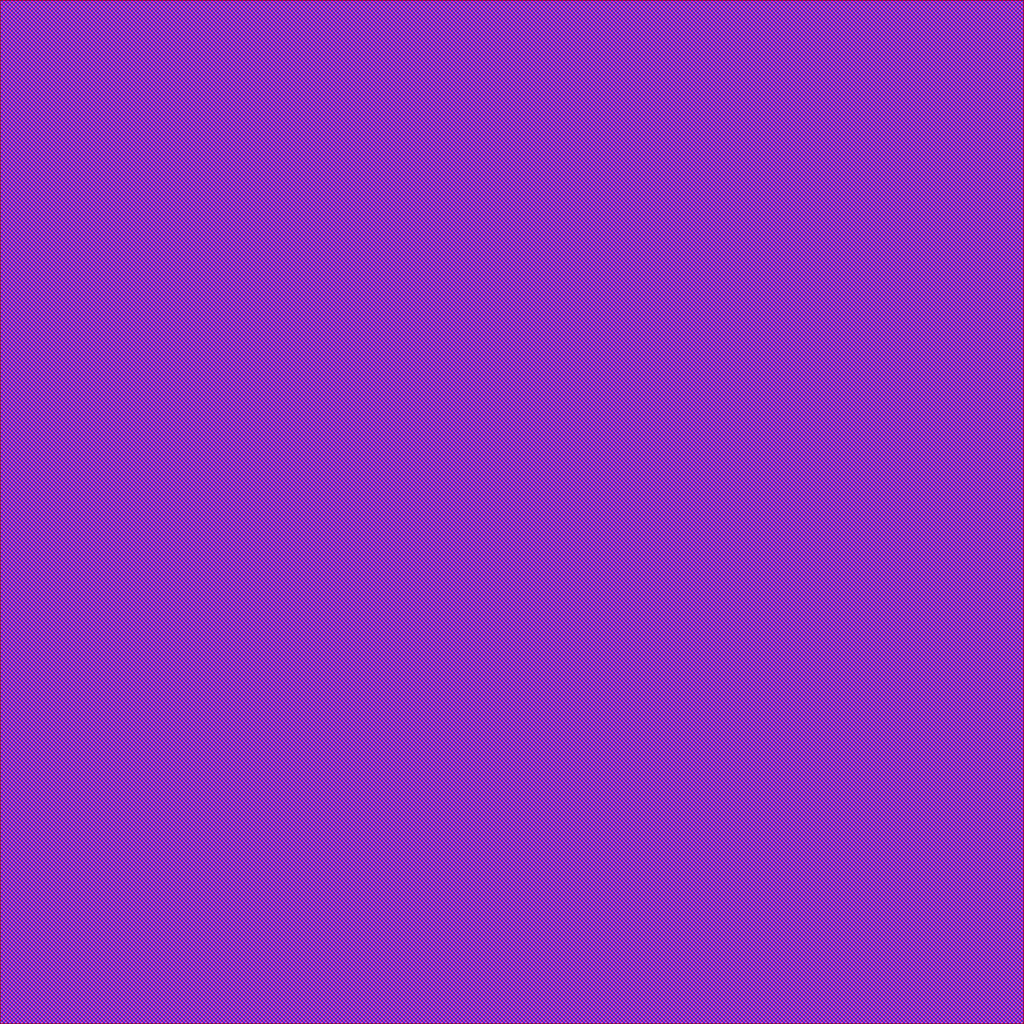
<source format=lef>
###########################################################################
## CONFIDENTIAL AND PROPRIETARY SOFTWARE/DATA OF ARTISAN COMPONENTS, INC ##
##                                                                       ##
## Copyright (c) 2000 Artisan Components, Inc.                           ##
## All rights reserved.                                                  ##
## Distribution with explicit permission only                            ##
##                                                                       ##
## UMC 0.18 SAGE IO Library LEF for topmetal=6lm                         ##
##                                                                       ##
## Created: Tue Nov 28 12:37:31 PST 2000                                 ##
##                                                                       ##
###########################################################################
###########################################################################

#******
# Preview export LEF
#
#        Preview sub-version 4.4.2.100.41
#
# RC values have been extracted from UMC's worst case interconnect
# tables and worst case resistance values.
#
# Resistance and Capacitance Values
# ---------------------------------
# The LEF technology files included in this directory contain
# resistance and capacitance (RC) values for the purpose of timing
# driven place & route.  Please note that the RC values contained in
# this tech file were created using the worst case interconnect models
# from the foundry and assume a full metal route at every grid location
# on every metal layer, so the values are intentionally very
# conservative. It is assumed that this technology file will be used
# only as a starting point for creating initial timing driven place &
# route runs during the development of your own more accurate RC
# values, tailored to your specific place & route environment. AS A
# RESULT, TIMING NUMBERS DERIVED FROM THESE RC VALUES MAY BE
# SIGNIFICANTLY SLOWER THAN REALITY.
#
# The RC values used in the LEF technology file are to be used only
# for timing driven place & route. Due to accuracy limitations,
# please do not attempt to use this file for chip-level RC extraction
# in conjunction with your sign-off timing simulations. For chip-level
# extraction, please use a dedicated extraction tool such as HyperExtract,
# starRC or Simplex, etc.
#
#******    

#VERSION 5.0 ;

NAMESCASESENSITIVE ON ;

SITE umc18iosite
    SYMMETRY y      ;
    CLASS PAD  ;
    SIZE 0.01 BY 194.90 ;
END umc18iosite

SITE umc18cornersite
    SYMMETRY y      ;
    CLASS PAD  ;
    SIZE 194.90 BY 194.90 ;
END umc18cornersite


MACRO P16A
    CLASS PAD INOUT ;
    FOREIGN P16A 0 0 ;
    ORIGIN 0.00 0.00 ;
    SIZE 60.12 BY 194.90 ;
    SYMMETRY x y r90  ;
    SITE umc18iosite ;
    PIN OCEN
        ##ANTENNASIZE 540 ;
        DIRECTION INPUT ;
        PORT
        LAYER met2 ;
        RECT  27.12 193.90 28.22 194.90 ;
        LAYER met3 ;
        RECT  27.12 193.90 28.22 194.90 ;
        LAYER met1 ;
        RECT  27.12 193.90 28.22 194.90 ;
        END
    END OCEN
    PIN CSEN
        ##ANTENNASIZE 1380 ;
        DIRECTION INPUT ;
        PORT
        LAYER met2 ;
        RECT  23.08 193.90 24.18 194.90 ;
        LAYER met3 ;
        RECT  23.08 193.90 24.18 194.90 ;
        LAYER met1 ;
        RECT  23.08 193.90 24.18 194.90 ;
        END
    END CSEN
    PIN ODEN
        ##ANTENNASIZE 12300 ;
        DIRECTION INPUT ;
        PORT
        LAYER met2 ;
        RECT  17.23 193.90 18.33 194.90 ;
        LAYER met3 ;
        RECT  17.23 193.90 18.33 194.90 ;
        LAYER met1 ;
        RECT  17.23 193.90 18.33 194.90 ;
        END
    END ODEN
    PIN A
        ##ANTENNASIZE 4950 ;
        DIRECTION INPUT ;
        PORT
        LAYER met2 ;
        RECT  15.49 193.90 16.59 194.90 ;
        LAYER met3 ;
        RECT  15.49 193.90 16.59 194.90 ;
        LAYER met1 ;
        RECT  15.49 193.90 16.59 194.90 ;
        END
    END A
    PIN Y
        ##ANTENNASIZE -1000000 ;
        DIRECTION OUTPUT ;
        PORT
        LAYER met2 ;
        RECT  12.81 193.90 13.91 194.90 ;
        LAYER met3 ;
        RECT  12.81 193.90 13.91 194.90 ;
        LAYER met1 ;
        RECT  12.81 193.90 13.91 194.90 ;
        END
    END Y
    PIN CEN
        ##ANTENNASIZE 10000 ;
        DIRECTION INPUT ;
        PORT
        LAYER met2 ;
        RECT  9.81 193.90 10.91 194.90 ;
        LAYER met3 ;
        RECT  9.81 193.90 10.91 194.90 ;
        LAYER met1 ;
        RECT  9.81 193.90 10.91 194.90 ;
        END
    END CEN
    PIN PD
        ##ANTENNASIZE 392 ;
        DIRECTION INPUT ;
        PORT
        LAYER met2 ;
        RECT  4.47 193.90 5.57 194.90 ;
        LAYER met3 ;
        RECT  4.47 193.90 5.57 194.90 ;
        LAYER met1 ;
        RECT  4.47 193.90 5.57 194.90 ;
        END
    END PD
    PIN PU
        ##ANTENNASIZE 870 ;
        DIRECTION INPUT ;
        PORT
        LAYER met1 ;
        RECT  2.88 193.90 3.98 194.90 ;
        LAYER met2 ;
        RECT  2.88 193.90 3.98 194.90 ;
        LAYER met3 ;
        RECT  2.88 193.90 3.98 194.90 ;
        END
    END PU
    PIN P
        DIRECTION INOUT ;
        PORT
        LAYER met6 ;
        RECT  3.56 5.18 56.56 58.18 ;
        LAYER met5 ;
        RECT  3.56 5.18 56.56 58.18 ;
        LAYER met4 ;
        RECT  3.56 5.18 56.56 58.18 ;
        LAYER met3 ;
        RECT  3.56 5.18 56.56 58.18 ;
        LAYER met2 ;
        RECT  3.56 5.18 56.56 58.18 ;
        LAYER met1 ;
        RECT  3.56 5.18 56.56 58.18 ;
        END
    END P
    OBS
        LAYER met1 ;
        RECT  0.12 0.00 60.00 194.78 ;
        LAYER via1 ;
        RECT  0.14 0.00 59.98 194.76 ;
        LAYER met2 ;
        RECT  0.14 0.00 59.98 194.76 ;
        LAYER via2 ;
        RECT  0.14 0.00 59.98 194.76 ;
        LAYER met3 ;
        RECT  0.14 0.00 59.98 194.76 ;
        LAYER via3 ;
        RECT  0.14 0.00 59.98 194.76 ;
        LAYER met4 ;
        RECT  0.14 0.00 59.98 194.76 ;
        LAYER via4 ;
        RECT  0.14 0.00 59.98 194.76 ;
        LAYER met5 ;
        RECT  0.14 0.00 59.98 194.76 ;
        LAYER via5 ;
        RECT  0.14 0.00 59.98 194.76 ;
        LAYER met6 ;
        RECT  0.22 0.00 59.90 194.68 ;
    END
END P16A



MACRO P16B
    CLASS PAD INOUT ;
    FOREIGN P16B 0 0 ;
    ORIGIN 0.00 0.00 ;
    SIZE 60.12 BY 194.90 ;
    SYMMETRY x y r90  ;
    SITE umc18iosite ;
    PIN OCEN
        ##ANTENNASIZE 540 ;
        DIRECTION INPUT ;
        PORT
        LAYER met2 ;
        RECT  27.12 193.90 28.22 194.90 ;
        LAYER met3 ;
        RECT  27.12 193.90 28.22 194.90 ;
        LAYER met1 ;
        RECT  27.12 193.90 28.22 194.90 ;
        END
    END OCEN
    PIN CSEN
        ##ANTENNASIZE 1380 ;
        DIRECTION INPUT ;
        PORT
        LAYER met2 ;
        RECT  23.08 193.90 24.18 194.90 ;
        LAYER met3 ;
        RECT  23.08 193.90 24.18 194.90 ;
        LAYER met1 ;
        RECT  23.08 193.90 24.18 194.90 ;
        END
    END CSEN
    PIN ODEN
        ##ANTENNASIZE 12300 ;
        DIRECTION INPUT ;
        PORT
        LAYER met2 ;
        RECT  17.23 193.90 18.33 194.90 ;
        LAYER met3 ;
        RECT  17.23 193.90 18.33 194.90 ;
        LAYER met1 ;
        RECT  17.23 193.90 18.33 194.90 ;
        END
    END ODEN
    PIN A
        ##ANTENNASIZE 4950 ;
        DIRECTION INPUT ;
        PORT
        LAYER met2 ;
        RECT  15.49 193.90 16.59 194.90 ;
        LAYER met3 ;
        RECT  15.49 193.90 16.59 194.90 ;
        LAYER met1 ;
        RECT  15.49 193.90 16.59 194.90 ;
        END
    END A
    PIN Y
        ##ANTENNASIZE -1000000 ;
        DIRECTION OUTPUT ;
        PORT
        LAYER met2 ;
        RECT  12.81 193.90 13.91 194.90 ;
        LAYER met3 ;
        RECT  12.81 193.90 13.91 194.90 ;
        LAYER met1 ;
        RECT  12.81 193.90 13.91 194.90 ;
        END
    END Y
    PIN CEN
        ##ANTENNASIZE 10000 ;
        DIRECTION INPUT ;
        PORT
        LAYER met2 ;
        RECT  9.81 193.90 10.91 194.90 ;
        LAYER met3 ;
        RECT  9.81 193.90 10.91 194.90 ;
        LAYER met1 ;
        RECT  9.81 193.90 10.91 194.90 ;
        END
    END CEN
    PIN PD
        ##ANTENNASIZE 392 ;
        DIRECTION INPUT ;
        PORT
        LAYER met2 ;
        RECT  4.47 193.90 5.57 194.90 ;
        LAYER met3 ;
        RECT  4.47 193.90 5.57 194.90 ;
        LAYER met1 ;
        RECT  4.47 193.90 5.57 194.90 ;
        END
    END PD
    PIN PU
        ##ANTENNASIZE 870 ;
        DIRECTION INPUT ;
        PORT
        LAYER met1 ;
        RECT  2.88 193.90 3.98 194.90 ;
        LAYER met2 ;
        RECT  2.88 193.90 3.98 194.90 ;
        LAYER met3 ;
        RECT  2.88 193.90 3.98 194.90 ;
        END
    END PU
    PIN P
        DIRECTION INOUT ;
        PORT
        LAYER met6 ;
        RECT  3.56 5.18 56.56 58.18 ;
        LAYER met5 ;
        RECT  3.56 5.18 56.56 58.18 ;
        LAYER met4 ;
        RECT  3.56 5.18 56.56 58.18 ;
        LAYER met3 ;
        RECT  3.56 5.18 56.56 58.18 ;
        LAYER met2 ;
        RECT  3.56 5.18 56.56 58.18 ;
        LAYER met1 ;
        RECT  3.56 5.18 56.56 58.18 ;
        END
    END P
    OBS
        LAYER met1 ;
        RECT  0.12 0.00 60.00 194.78 ;
        LAYER via1 ;
        RECT  0.14 0.00 59.98 194.76 ;
        LAYER met2 ;
        RECT  0.14 0.00 59.98 194.76 ;
        LAYER via2 ;
        RECT  0.14 0.00 59.98 194.76 ;
        LAYER met3 ;
        RECT  0.14 0.00 59.98 194.76 ;
        LAYER via3 ;
        RECT  0.14 0.00 59.98 194.76 ;
        LAYER met4 ;
        RECT  0.14 0.00 59.98 194.76 ;
        LAYER via4 ;
        RECT  0.14 0.00 59.98 194.76 ;
        LAYER met5 ;
        RECT  0.14 0.00 59.98 194.76 ;
        LAYER via5 ;
        RECT  0.14 0.00 59.98 194.76 ;
        LAYER met6 ;
        RECT  0.22 0.00 59.90 194.68 ;
    END
END P16B



MACRO P16C
    CLASS PAD INOUT ;
    FOREIGN P16C 0 0 ;
    ORIGIN 0.00 0.00 ;
    SIZE 60.12 BY 194.90 ;
    SYMMETRY x y r90  ;
    SITE umc18iosite ;
    PIN OCEN
        ##ANTENNASIZE 540 ;
        DIRECTION INPUT ;
        PORT
        LAYER met2 ;
        RECT  27.12 193.90 28.22 194.90 ;
        LAYER met3 ;
        RECT  27.12 193.90 28.22 194.90 ;
        LAYER met1 ;
        RECT  27.12 193.90 28.22 194.90 ;
        END
    END OCEN
    PIN CSEN
        ##ANTENNASIZE 1380 ;
        DIRECTION INPUT ;
        PORT
        LAYER met2 ;
        RECT  23.08 193.90 24.18 194.90 ;
        LAYER met3 ;
        RECT  23.08 193.90 24.18 194.90 ;
        LAYER met1 ;
        RECT  23.08 193.90 24.18 194.90 ;
        END
    END CSEN
    PIN ODEN
        ##ANTENNASIZE 12300 ;
        DIRECTION INPUT ;
        PORT
        LAYER met2 ;
        RECT  17.23 193.90 18.33 194.90 ;
        LAYER met3 ;
        RECT  17.23 193.90 18.33 194.90 ;
        LAYER met1 ;
        RECT  17.23 193.90 18.33 194.90 ;
        END
    END ODEN
    PIN A
        ##ANTENNASIZE 4950 ;
        DIRECTION INPUT ;
        PORT
        LAYER met2 ;
        RECT  15.49 193.90 16.59 194.90 ;
        LAYER met3 ;
        RECT  15.49 193.90 16.59 194.90 ;
        LAYER met1 ;
        RECT  15.49 193.90 16.59 194.90 ;
        END
    END A
    PIN Y
        ##ANTENNASIZE -1000000 ;
        DIRECTION OUTPUT ;
        PORT
        LAYER met2 ;
        RECT  12.81 193.90 13.91 194.90 ;
        LAYER met3 ;
        RECT  12.81 193.90 13.91 194.90 ;
        LAYER met1 ;
        RECT  12.81 193.90 13.91 194.90 ;
        END
    END Y
    PIN CEN
        ##ANTENNASIZE 10000 ;
        DIRECTION INPUT ;
        PORT
        LAYER met2 ;
        RECT  9.81 193.90 10.91 194.90 ;
        LAYER met3 ;
        RECT  9.81 193.90 10.91 194.90 ;
        LAYER met1 ;
        RECT  9.81 193.90 10.91 194.90 ;
        END
    END CEN
    PIN PD
        ##ANTENNASIZE 392 ;
        DIRECTION INPUT ;
        PORT
        LAYER met2 ;
        RECT  4.47 193.90 5.57 194.90 ;
        LAYER met3 ;
        RECT  4.47 193.90 5.57 194.90 ;
        LAYER met1 ;
        RECT  4.47 193.90 5.57 194.90 ;
        END
    END PD
    PIN PU
        ##ANTENNASIZE 870 ;
        DIRECTION INPUT ;
        PORT
        LAYER met1 ;
        RECT  2.88 193.90 3.98 194.90 ;
        LAYER met2 ;
        RECT  2.88 193.90 3.98 194.90 ;
        LAYER met3 ;
        RECT  2.88 193.90 3.98 194.90 ;
        END
    END PU
    PIN P
        DIRECTION INOUT ;
        PORT
        LAYER met6 ;
        RECT  3.56 5.18 56.56 58.18 ;
        LAYER met5 ;
        RECT  3.56 5.18 56.56 58.18 ;
        LAYER met4 ;
        RECT  3.56 5.18 56.56 58.18 ;
        LAYER met3 ;
        RECT  3.56 5.18 56.56 58.18 ;
        LAYER met2 ;
        RECT  3.56 5.18 56.56 58.18 ;
        LAYER met1 ;
        RECT  3.56 5.18 56.56 58.18 ;
        END
    END P
    OBS
        LAYER met1 ;
        RECT  0.12 0.00 60.00 194.78 ;
        LAYER via1 ;
        RECT  0.14 0.00 59.98 194.76 ;
        LAYER met2 ;
        RECT  0.14 0.00 59.98 194.76 ;
        LAYER via2 ;
        RECT  0.14 0.00 59.98 194.76 ;
        LAYER met3 ;
        RECT  0.14 0.00 59.98 194.76 ;
        LAYER via3 ;
        RECT  0.14 0.00 59.98 194.76 ;
        LAYER met4 ;
        RECT  0.14 0.00 59.98 194.76 ;
        LAYER via4 ;
        RECT  0.14 0.00 59.98 194.76 ;
        LAYER met5 ;
        RECT  0.14 0.00 59.98 194.76 ;
        LAYER via5 ;
        RECT  0.14 0.00 59.98 194.76 ;
        LAYER met6 ;
        RECT  0.22 0.00 59.90 194.68 ;
    END
END P16C



MACRO P24A
    CLASS PAD INOUT ;
    FOREIGN P24A 0 0 ;
    ORIGIN 0.00 0.00 ;
    SIZE 60.12 BY 194.90 ;
    SYMMETRY x y r90  ;
    SITE umc18iosite ;
    PIN OCEN
        ##ANTENNASIZE 540 ;
        DIRECTION INPUT ;
        PORT
        LAYER met2 ;
        RECT  27.12 193.90 28.22 194.90 ;
        LAYER met3 ;
        RECT  27.12 193.90 28.22 194.90 ;
        LAYER met1 ;
        RECT  27.12 193.90 28.22 194.90 ;
        END
    END OCEN
    PIN CSEN
        ##ANTENNASIZE 1380 ;
        DIRECTION INPUT ;
        PORT
        LAYER met2 ;
        RECT  23.08 193.90 24.18 194.90 ;
        LAYER met3 ;
        RECT  23.08 193.90 24.18 194.90 ;
        LAYER met1 ;
        RECT  23.08 193.90 24.18 194.90 ;
        END
    END CSEN
    PIN ODEN
        ##ANTENNASIZE 12300 ;
        DIRECTION INPUT ;
        PORT
        LAYER met2 ;
        RECT  17.23 193.90 18.33 194.90 ;
        LAYER met3 ;
        RECT  17.23 193.90 18.33 194.90 ;
        LAYER met1 ;
        RECT  17.23 193.90 18.33 194.90 ;
        END
    END ODEN
    PIN A
        ##ANTENNASIZE 4950 ;
        DIRECTION INPUT ;
        PORT
        LAYER met2 ;
        RECT  15.49 193.90 16.59 194.90 ;
        LAYER met3 ;
        RECT  15.49 193.90 16.59 194.90 ;
        LAYER met1 ;
        RECT  15.49 193.90 16.59 194.90 ;
        END
    END A
    PIN Y
        ##ANTENNASIZE -1000000 ;
        DIRECTION OUTPUT ;
        PORT
        LAYER met2 ;
        RECT  12.81 193.90 13.91 194.90 ;
        LAYER met3 ;
        RECT  12.81 193.90 13.91 194.90 ;
        LAYER met1 ;
        RECT  12.81 193.90 13.91 194.90 ;
        END
    END Y
    PIN CEN
        ##ANTENNASIZE 10000 ;
        DIRECTION INPUT ;
        PORT
        LAYER met2 ;
        RECT  9.81 193.90 10.91 194.90 ;
        LAYER met3 ;
        RECT  9.81 193.90 10.91 194.90 ;
        LAYER met1 ;
        RECT  9.81 193.90 10.91 194.90 ;
        END
    END CEN
    PIN PD
        ##ANTENNASIZE 392 ;
        DIRECTION INPUT ;
        PORT
        LAYER met2 ;
        RECT  4.47 193.90 5.57 194.90 ;
        LAYER met3 ;
        RECT  4.47 193.90 5.57 194.90 ;
        LAYER met1 ;
        RECT  4.47 193.90 5.57 194.90 ;
        END
    END PD
    PIN PU
        ##ANTENNASIZE 870 ;
        DIRECTION INPUT ;
        PORT
        LAYER met1 ;
        RECT  2.88 193.90 3.98 194.90 ;
        LAYER met2 ;
        RECT  2.88 193.90 3.98 194.90 ;
        LAYER met3 ;
        RECT  2.88 193.90 3.98 194.90 ;
        END
    END PU
    PIN P
        DIRECTION INOUT ;
        PORT
        LAYER met6 ;
        RECT  3.56 5.18 56.56 58.18 ;
        LAYER met5 ;
        RECT  3.56 5.18 56.56 58.18 ;
        LAYER met4 ;
        RECT  3.56 5.18 56.56 58.18 ;
        LAYER met3 ;
        RECT  3.56 5.18 56.56 58.18 ;
        LAYER met2 ;
        RECT  3.56 5.18 56.56 58.18 ;
        LAYER met1 ;
        RECT  3.56 5.18 56.56 58.18 ;
        END
    END P
    OBS
        LAYER met1 ;
        RECT  0.12 0.00 60.00 194.78 ;
        LAYER via1 ;
        RECT  0.14 0.00 59.98 194.76 ;
        LAYER met2 ;
        RECT  0.14 0.00 59.98 194.76 ;
        LAYER via2 ;
        RECT  0.14 0.00 59.98 194.76 ;
        LAYER met3 ;
        RECT  0.14 0.00 59.98 194.76 ;
        LAYER via3 ;
        RECT  0.14 0.00 59.98 194.76 ;
        LAYER met4 ;
        RECT  0.14 0.00 59.98 194.76 ;
        LAYER via4 ;
        RECT  0.14 0.00 59.98 194.76 ;
        LAYER met5 ;
        RECT  0.14 0.00 59.98 194.76 ;
        LAYER via5 ;
        RECT  0.14 0.00 59.98 194.76 ;
        LAYER met6 ;
        RECT  0.22 0.00 59.90 194.68 ;
    END
END P24A



MACRO P24B
    CLASS PAD INOUT ;
    FOREIGN P24B 0 0 ;
    ORIGIN 0.00 0.00 ;
    SIZE 60.12 BY 194.90 ;
    SYMMETRY x y r90  ;
    SITE umc18iosite ;
    PIN OCEN
        ##ANTENNASIZE 540 ;
        DIRECTION INPUT ;
        PORT
        LAYER met2 ;
        RECT  27.12 193.90 28.22 194.90 ;
        LAYER met3 ;
        RECT  27.12 193.90 28.22 194.90 ;
        LAYER met1 ;
        RECT  27.12 193.90 28.22 194.90 ;
        END
    END OCEN
    PIN CSEN
        ##ANTENNASIZE 1380 ;
        DIRECTION INPUT ;
        PORT
        LAYER met2 ;
        RECT  23.08 193.90 24.18 194.90 ;
        LAYER met3 ;
        RECT  23.08 193.90 24.18 194.90 ;
        LAYER met1 ;
        RECT  23.08 193.90 24.18 194.90 ;
        END
    END CSEN
    PIN ODEN
        ##ANTENNASIZE 12300 ;
        DIRECTION INPUT ;
        PORT
        LAYER met2 ;
        RECT  17.23 193.90 18.33 194.90 ;
        LAYER met3 ;
        RECT  17.23 193.90 18.33 194.90 ;
        LAYER met1 ;
        RECT  17.23 193.90 18.33 194.90 ;
        END
    END ODEN
    PIN A
        ##ANTENNASIZE 4950 ;
        DIRECTION INPUT ;
        PORT
        LAYER met2 ;
        RECT  15.49 193.90 16.59 194.90 ;
        LAYER met3 ;
        RECT  15.49 193.90 16.59 194.90 ;
        LAYER met1 ;
        RECT  15.49 193.90 16.59 194.90 ;
        END
    END A
    PIN Y
        ##ANTENNASIZE -1000000 ;
        DIRECTION OUTPUT ;
        PORT
        LAYER met2 ;
        RECT  12.81 193.90 13.91 194.90 ;
        LAYER met3 ;
        RECT  12.81 193.90 13.91 194.90 ;
        LAYER met1 ;
        RECT  12.81 193.90 13.91 194.90 ;
        END
    END Y
    PIN CEN
        ##ANTENNASIZE 10000 ;
        DIRECTION INPUT ;
        PORT
        LAYER met2 ;
        RECT  9.81 193.90 10.91 194.90 ;
        LAYER met3 ;
        RECT  9.81 193.90 10.91 194.90 ;
        LAYER met1 ;
        RECT  9.81 193.90 10.91 194.90 ;
        END
    END CEN
    PIN PD
        ##ANTENNASIZE 392 ;
        DIRECTION INPUT ;
        PORT
        LAYER met2 ;
        RECT  4.47 193.90 5.57 194.90 ;
        LAYER met3 ;
        RECT  4.47 193.90 5.57 194.90 ;
        LAYER met1 ;
        RECT  4.47 193.90 5.57 194.90 ;
        END
    END PD
    PIN PU
        ##ANTENNASIZE 870 ;
        DIRECTION INPUT ;
        PORT
        LAYER met1 ;
        RECT  2.88 193.90 3.98 194.90 ;
        LAYER met2 ;
        RECT  2.88 193.90 3.98 194.90 ;
        LAYER met3 ;
        RECT  2.88 193.90 3.98 194.90 ;
        END
    END PU
    PIN P
        DIRECTION INOUT ;
        PORT
        LAYER met6 ;
        RECT  3.56 5.18 56.56 58.18 ;
        LAYER met5 ;
        RECT  3.56 5.18 56.56 58.18 ;
        LAYER met4 ;
        RECT  3.56 5.18 56.56 58.18 ;
        LAYER met3 ;
        RECT  3.56 5.18 56.56 58.18 ;
        LAYER met2 ;
        RECT  3.56 5.18 56.56 58.18 ;
        LAYER met1 ;
        RECT  3.56 5.18 56.56 58.18 ;
        END
    END P
    OBS
        LAYER met1 ;
        RECT  0.12 0.00 60.00 194.78 ;
        LAYER via1 ;
        RECT  0.14 0.00 59.98 194.76 ;
        LAYER met2 ;
        RECT  0.14 0.00 59.98 194.76 ;
        LAYER via2 ;
        RECT  0.14 0.00 59.98 194.76 ;
        LAYER met3 ;
        RECT  0.14 0.00 59.98 194.76 ;
        LAYER via3 ;
        RECT  0.14 0.00 59.98 194.76 ;
        LAYER met4 ;
        RECT  0.14 0.00 59.98 194.76 ;
        LAYER via4 ;
        RECT  0.14 0.00 59.98 194.76 ;
        LAYER met5 ;
        RECT  0.14 0.00 59.98 194.76 ;
        LAYER via5 ;
        RECT  0.14 0.00 59.98 194.76 ;
        LAYER met6 ;
        RECT  0.22 0.00 59.90 194.68 ;
    END
END P24B



MACRO P24C
    CLASS PAD INOUT ;
    FOREIGN P24C 0 0 ;
    ORIGIN 0.00 0.00 ;
    SIZE 60.12 BY 194.90 ;
    SYMMETRY x y r90  ;
    SITE umc18iosite ;
    PIN OCEN
        ##ANTENNASIZE 540 ;
        DIRECTION INPUT ;
        PORT
        LAYER met2 ;
        RECT  27.12 193.90 28.22 194.90 ;
        LAYER met3 ;
        RECT  27.12 193.90 28.22 194.90 ;
        LAYER met1 ;
        RECT  27.12 193.90 28.22 194.90 ;
        END
    END OCEN
    PIN CSEN
        ##ANTENNASIZE 1380 ;
        DIRECTION INPUT ;
        PORT
        LAYER met2 ;
        RECT  23.08 193.90 24.18 194.90 ;
        LAYER met3 ;
        RECT  23.08 193.90 24.18 194.90 ;
        LAYER met1 ;
        RECT  23.08 193.90 24.18 194.90 ;
        END
    END CSEN
    PIN ODEN
        ##ANTENNASIZE 12300 ;
        DIRECTION INPUT ;
        PORT
        LAYER met2 ;
        RECT  17.23 193.90 18.33 194.90 ;
        LAYER met3 ;
        RECT  17.23 193.90 18.33 194.90 ;
        LAYER met1 ;
        RECT  17.23 193.90 18.33 194.90 ;
        END
    END ODEN
    PIN A
        ##ANTENNASIZE 4950 ;
        DIRECTION INPUT ;
        PORT
        LAYER met2 ;
        RECT  15.49 193.90 16.59 194.90 ;
        LAYER met3 ;
        RECT  15.49 193.90 16.59 194.90 ;
        LAYER met1 ;
        RECT  15.49 193.90 16.59 194.90 ;
        END
    END A
    PIN Y
        ##ANTENNASIZE -1000000 ;
        DIRECTION OUTPUT ;
        PORT
        LAYER met2 ;
        RECT  12.81 193.90 13.91 194.90 ;
        LAYER met3 ;
        RECT  12.81 193.90 13.91 194.90 ;
        LAYER met1 ;
        RECT  12.81 193.90 13.91 194.90 ;
        END
    END Y
    PIN CEN
        ##ANTENNASIZE 10000 ;
        DIRECTION INPUT ;
        PORT
        LAYER met2 ;
        RECT  9.81 193.90 10.91 194.90 ;
        LAYER met3 ;
        RECT  9.81 193.90 10.91 194.90 ;
        LAYER met1 ;
        RECT  9.81 193.90 10.91 194.90 ;
        END
    END CEN
    PIN PD
        ##ANTENNASIZE 392 ;
        DIRECTION INPUT ;
        PORT
        LAYER met2 ;
        RECT  4.47 193.90 5.57 194.90 ;
        LAYER met3 ;
        RECT  4.47 193.90 5.57 194.90 ;
        LAYER met1 ;
        RECT  4.47 193.90 5.57 194.90 ;
        END
    END PD
    PIN PU
        ##ANTENNASIZE 870 ;
        DIRECTION INPUT ;
        PORT
        LAYER met1 ;
        RECT  2.88 193.90 3.98 194.90 ;
        LAYER met2 ;
        RECT  2.88 193.90 3.98 194.90 ;
        LAYER met3 ;
        RECT  2.88 193.90 3.98 194.90 ;
        END
    END PU
    PIN P
        DIRECTION INOUT ;
        PORT
        LAYER met6 ;
        RECT  3.56 5.18 56.56 58.18 ;
        LAYER met5 ;
        RECT  3.56 5.18 56.56 58.18 ;
        LAYER met4 ;
        RECT  3.56 5.18 56.56 58.18 ;
        LAYER met3 ;
        RECT  3.56 5.18 56.56 58.18 ;
        LAYER met2 ;
        RECT  3.56 5.18 56.56 58.18 ;
        LAYER met1 ;
        RECT  3.56 5.18 56.56 58.18 ;
        END
    END P
    OBS
        LAYER met1 ;
        RECT  0.12 0.00 60.00 194.78 ;
        LAYER via1 ;
        RECT  0.14 0.00 59.98 194.76 ;
        LAYER met2 ;
        RECT  0.14 0.00 59.98 194.76 ;
        LAYER via2 ;
        RECT  0.14 0.00 59.98 194.76 ;
        LAYER met3 ;
        RECT  0.14 0.00 59.98 194.76 ;
        LAYER via3 ;
        RECT  0.14 0.00 59.98 194.76 ;
        LAYER met4 ;
        RECT  0.14 0.00 59.98 194.76 ;
        LAYER via4 ;
        RECT  0.14 0.00 59.98 194.76 ;
        LAYER met5 ;
        RECT  0.14 0.00 59.98 194.76 ;
        LAYER via5 ;
        RECT  0.14 0.00 59.98 194.76 ;
        LAYER met6 ;
        RECT  0.22 0.00 59.90 194.68 ;
    END
END P24C



MACRO P2A
    CLASS PAD INOUT ;
    FOREIGN P2A 0 0 ;
    ORIGIN 0.00 0.00 ;
    SIZE 60.12 BY 194.90 ;
    SYMMETRY x y r90  ;
    SITE umc18iosite ;
    PIN OCEN
        ##ANTENNASIZE 540 ;
        DIRECTION INPUT ;
        PORT
        LAYER met2 ;
        RECT  27.12 193.90 28.22 194.90 ;
        LAYER met3 ;
        RECT  27.12 193.90 28.22 194.90 ;
        LAYER met1 ;
        RECT  27.12 193.90 28.22 194.90 ;
        END
    END OCEN
    PIN CSEN
        ##ANTENNASIZE 1380 ;
        DIRECTION INPUT ;
        PORT
        LAYER met2 ;
        RECT  23.08 193.90 24.18 194.90 ;
        LAYER met3 ;
        RECT  23.08 193.90 24.18 194.90 ;
        LAYER met1 ;
        RECT  23.08 193.90 24.18 194.90 ;
        END
    END CSEN
    PIN ODEN
        ##ANTENNASIZE 12300 ;
        DIRECTION INPUT ;
        PORT
        LAYER met2 ;
        RECT  17.23 193.90 18.33 194.90 ;
        LAYER met3 ;
        RECT  17.23 193.90 18.33 194.90 ;
        LAYER met1 ;
        RECT  17.23 193.90 18.33 194.90 ;
        END
    END ODEN
    PIN A
        ##ANTENNASIZE 4950 ;
        DIRECTION INPUT ;
        PORT
        LAYER met2 ;
        RECT  15.49 193.90 16.59 194.90 ;
        LAYER met3 ;
        RECT  15.49 193.90 16.59 194.90 ;
        LAYER met1 ;
        RECT  15.49 193.90 16.59 194.90 ;
        END
    END A
    PIN Y
        ##ANTENNASIZE -1000000 ;
        DIRECTION OUTPUT ;
        PORT
        LAYER met2 ;
        RECT  12.81 193.90 13.91 194.90 ;
        LAYER met3 ;
        RECT  12.81 193.90 13.91 194.90 ;
        LAYER met1 ;
        RECT  12.81 193.90 13.91 194.90 ;
        END
    END Y
    PIN CEN
        ##ANTENNASIZE 10000 ;
        DIRECTION INPUT ;
        PORT
        LAYER met2 ;
        RECT  9.81 193.90 10.91 194.90 ;
        LAYER met3 ;
        RECT  9.81 193.90 10.91 194.90 ;
        LAYER met1 ;
        RECT  9.81 193.90 10.91 194.90 ;
        END
    END CEN
    PIN PD
        ##ANTENNASIZE 392 ;
        DIRECTION INPUT ;
        PORT
        LAYER met2 ;
        RECT  4.47 193.90 5.57 194.90 ;
        LAYER met3 ;
        RECT  4.47 193.90 5.57 194.90 ;
        LAYER met1 ;
        RECT  4.47 193.90 5.57 194.90 ;
        END
    END PD
    PIN PU
        ##ANTENNASIZE 870 ;
        DIRECTION INPUT ;
        PORT
        LAYER met1 ;
        RECT  2.88 193.90 3.98 194.90 ;
        LAYER met2 ;
        RECT  2.88 193.90 3.98 194.90 ;
        LAYER met3 ;
        RECT  2.88 193.90 3.98 194.90 ;
        END
    END PU
    PIN P
        DIRECTION INOUT ;
        PORT
        LAYER met6 ;
        RECT  3.56 5.18 56.56 58.18 ;
        LAYER met5 ;
        RECT  3.56 5.18 56.56 58.18 ;
        LAYER met4 ;
        RECT  3.56 5.18 56.56 58.18 ;
        LAYER met3 ;
        RECT  3.56 5.18 56.56 58.18 ;
        LAYER met2 ;
        RECT  3.56 5.18 56.56 58.18 ;
        LAYER met1 ;
        RECT  3.56 5.18 56.56 58.18 ;
        END
    END P
    OBS
        LAYER met1 ;
        RECT  0.12 0.00 60.00 194.78 ;
        LAYER via1 ;
        RECT  0.14 0.00 59.98 194.76 ;
        LAYER met2 ;
        RECT  0.14 0.00 59.98 194.76 ;
        LAYER via2 ;
        RECT  0.14 0.00 59.98 194.76 ;
        LAYER met3 ;
        RECT  0.14 0.00 59.98 194.76 ;
        LAYER via3 ;
        RECT  0.14 0.00 59.98 194.76 ;
        LAYER met4 ;
        RECT  0.14 0.00 59.98 194.76 ;
        LAYER via4 ;
        RECT  0.14 0.00 59.98 194.76 ;
        LAYER met5 ;
        RECT  0.14 0.00 59.98 194.76 ;
        LAYER via5 ;
        RECT  0.14 0.00 59.98 194.76 ;
        LAYER met6 ;
        RECT  0.22 0.00 59.90 194.68 ;
    END
END P2A



MACRO P2C
    CLASS PAD INOUT ;
    FOREIGN P2C 0 0 ;
    ORIGIN 0.00 0.00 ;
    SIZE 60.12 BY 194.90 ;
    SYMMETRY x y r90  ;
    SITE umc18iosite ;
    PIN OCEN
        ##ANTENNASIZE 540 ;
        DIRECTION INPUT ;
        PORT
        LAYER met2 ;
        RECT  27.12 193.90 28.22 194.90 ;
        LAYER met3 ;
        RECT  27.12 193.90 28.22 194.90 ;
        LAYER met1 ;
        RECT  27.12 193.90 28.22 194.90 ;
        END
    END OCEN
    PIN CSEN
        ##ANTENNASIZE 1380 ;
        DIRECTION INPUT ;
        PORT
        LAYER met2 ;
        RECT  23.08 193.90 24.18 194.90 ;
        LAYER met3 ;
        RECT  23.08 193.90 24.18 194.90 ;
        LAYER met1 ;
        RECT  23.08 193.90 24.18 194.90 ;
        END
    END CSEN
    PIN ODEN
        ##ANTENNASIZE 12300 ;
        DIRECTION INPUT ;
        PORT
        LAYER met2 ;
        RECT  17.23 193.90 18.33 194.90 ;
        LAYER met3 ;
        RECT  17.23 193.90 18.33 194.90 ;
        LAYER met1 ;
        RECT  17.23 193.90 18.33 194.90 ;
        END
    END ODEN
    PIN A
        ##ANTENNASIZE 4950 ;
        DIRECTION INPUT ;
        PORT
        LAYER met2 ;
        RECT  15.49 193.90 16.59 194.90 ;
        LAYER met3 ;
        RECT  15.49 193.90 16.59 194.90 ;
        LAYER met1 ;
        RECT  15.49 193.90 16.59 194.90 ;
        END
    END A
    PIN Y
        ##ANTENNASIZE -1000000 ;
        DIRECTION OUTPUT ;
        PORT
        LAYER met2 ;
        RECT  12.81 193.90 13.91 194.90 ;
        LAYER met3 ;
        RECT  12.81 193.90 13.91 194.90 ;
        LAYER met1 ;
        RECT  12.81 193.90 13.91 194.90 ;
        END
    END Y
    PIN CEN
        ##ANTENNASIZE 10000 ;
        DIRECTION INPUT ;
        PORT
        LAYER met2 ;
        RECT  9.81 193.90 10.91 194.90 ;
        LAYER met3 ;
        RECT  9.81 193.90 10.91 194.90 ;
        LAYER met1 ;
        RECT  9.81 193.90 10.91 194.90 ;
        END
    END CEN
    PIN PD
        ##ANTENNASIZE 392 ;
        DIRECTION INPUT ;
        PORT
        LAYER met2 ;
        RECT  4.47 193.90 5.57 194.90 ;
        LAYER met3 ;
        RECT  4.47 193.90 5.57 194.90 ;
        LAYER met1 ;
        RECT  4.47 193.90 5.57 194.90 ;
        END
    END PD
    PIN PU
        ##ANTENNASIZE 870 ;
        DIRECTION INPUT ;
        PORT
        LAYER met1 ;
        RECT  2.88 193.90 3.98 194.90 ;
        LAYER met2 ;
        RECT  2.88 193.90 3.98 194.90 ;
        LAYER met3 ;
        RECT  2.88 193.90 3.98 194.90 ;
        END
    END PU
    PIN P
        DIRECTION INOUT ;
        PORT
        LAYER met6 ;
        RECT  3.56 5.18 56.56 58.18 ;
        LAYER met5 ;
        RECT  3.56 5.18 56.56 58.18 ;
        LAYER met4 ;
        RECT  3.56 5.18 56.56 58.18 ;
        LAYER met3 ;
        RECT  3.56 5.18 56.56 58.18 ;
        LAYER met2 ;
        RECT  3.56 5.18 56.56 58.18 ;
        LAYER met1 ;
        RECT  3.56 5.18 56.56 58.18 ;
        END
    END P
    OBS
        LAYER met1 ;
        RECT  0.12 0.00 60.00 194.78 ;
        LAYER via1 ;
        RECT  0.14 0.00 59.98 194.76 ;
        LAYER met2 ;
        RECT  0.14 0.00 59.98 194.76 ;
        LAYER via2 ;
        RECT  0.14 0.00 59.98 194.76 ;
        LAYER met3 ;
        RECT  0.14 0.00 59.98 194.76 ;
        LAYER via3 ;
        RECT  0.14 0.00 59.98 194.76 ;
        LAYER met4 ;
        RECT  0.14 0.00 59.98 194.76 ;
        LAYER via4 ;
        RECT  0.14 0.00 59.98 194.76 ;
        LAYER met5 ;
        RECT  0.14 0.00 59.98 194.76 ;
        LAYER via5 ;
        RECT  0.14 0.00 59.98 194.76 ;
        LAYER met6 ;
        RECT  0.22 0.00 59.90 194.68 ;
    END
END P2C



MACRO P4A
    CLASS PAD INOUT ;
    FOREIGN P4A 0 0 ;
    ORIGIN 0.00 0.00 ;
    SIZE 60.12 BY 194.90 ;
    SYMMETRY x y r90  ;
    SITE umc18iosite ;
    PIN OCEN
        ##ANTENNASIZE 540 ;
        DIRECTION INPUT ;
        PORT
        LAYER met2 ;
        RECT  27.12 193.90 28.22 194.90 ;
        LAYER met3 ;
        RECT  27.12 193.90 28.22 194.90 ;
        LAYER met1 ;
        RECT  27.12 193.90 28.22 194.90 ;
        END
    END OCEN
    PIN CSEN
        ##ANTENNASIZE 1380 ;
        DIRECTION INPUT ;
        PORT
        LAYER met2 ;
        RECT  23.08 193.90 24.18 194.90 ;
        LAYER met3 ;
        RECT  23.08 193.90 24.18 194.90 ;
        LAYER met1 ;
        RECT  23.08 193.90 24.18 194.90 ;
        END
    END CSEN
    PIN ODEN
        ##ANTENNASIZE 12300 ;
        DIRECTION INPUT ;
        PORT
        LAYER met2 ;
        RECT  17.23 193.90 18.33 194.90 ;
        LAYER met3 ;
        RECT  17.23 193.90 18.33 194.90 ;
        LAYER met1 ;
        RECT  17.23 193.90 18.33 194.90 ;
        END
    END ODEN
    PIN A
        ##ANTENNASIZE 4950 ;
        DIRECTION INPUT ;
        PORT
        LAYER met2 ;
        RECT  15.49 193.90 16.59 194.90 ;
        LAYER met3 ;
        RECT  15.49 193.90 16.59 194.90 ;
        LAYER met1 ;
        RECT  15.49 193.90 16.59 194.90 ;
        END
    END A
    PIN Y
        ##ANTENNASIZE -1000000 ;
        DIRECTION OUTPUT ;
        PORT
        LAYER met2 ;
        RECT  12.81 193.90 13.91 194.90 ;
        LAYER met3 ;
        RECT  12.81 193.90 13.91 194.90 ;
        LAYER met1 ;
        RECT  12.81 193.90 13.91 194.90 ;
        END
    END Y
    PIN CEN
        ##ANTENNASIZE 10000 ;
        DIRECTION INPUT ;
        PORT
        LAYER met2 ;
        RECT  9.81 193.90 10.91 194.90 ;
        LAYER met3 ;
        RECT  9.81 193.90 10.91 194.90 ;
        LAYER met1 ;
        RECT  9.81 193.90 10.91 194.90 ;
        END
    END CEN
    PIN PD
        ##ANTENNASIZE 392 ;
        DIRECTION INPUT ;
        PORT
        LAYER met2 ;
        RECT  4.47 193.90 5.57 194.90 ;
        LAYER met3 ;
        RECT  4.47 193.90 5.57 194.90 ;
        LAYER met1 ;
        RECT  4.47 193.90 5.57 194.90 ;
        END
    END PD
    PIN PU
        ##ANTENNASIZE 870 ;
        DIRECTION INPUT ;
        PORT
        LAYER met1 ;
        RECT  2.88 193.90 3.98 194.90 ;
        LAYER met2 ;
        RECT  2.88 193.90 3.98 194.90 ;
        LAYER met3 ;
        RECT  2.88 193.90 3.98 194.90 ;
        END
    END PU
    PIN P
        DIRECTION INOUT ;
        PORT
        LAYER met6 ;
        RECT  3.56 5.18 56.56 58.18 ;
        LAYER met5 ;
        RECT  3.56 5.18 56.56 58.18 ;
        LAYER met4 ;
        RECT  3.56 5.18 56.56 58.18 ;
        LAYER met3 ;
        RECT  3.56 5.18 56.56 58.18 ;
        LAYER met2 ;
        RECT  3.56 5.18 56.56 58.18 ;
        LAYER met1 ;
        RECT  3.56 5.18 56.56 58.18 ;
        END
    END P
    OBS
        LAYER met1 ;
        RECT  0.12 0.00 60.00 194.78 ;
        LAYER via1 ;
        RECT  0.14 0.00 59.98 194.76 ;
        LAYER met2 ;
        RECT  0.14 0.00 59.98 194.76 ;
        LAYER via2 ;
        RECT  0.14 0.00 59.98 194.76 ;
        LAYER met3 ;
        RECT  0.14 0.00 59.98 194.76 ;
        LAYER via3 ;
        RECT  0.14 0.00 59.98 194.76 ;
        LAYER met4 ;
        RECT  0.14 0.00 59.98 194.76 ;
        LAYER via4 ;
        RECT  0.14 0.00 59.98 194.76 ;
        LAYER met5 ;
        RECT  0.14 0.00 59.98 194.76 ;
        LAYER via5 ;
        RECT  0.14 0.00 59.98 194.76 ;
        LAYER met6 ;
        RECT  0.22 0.00 59.90 194.68 ;
    END
END P4A



MACRO P4C
    CLASS PAD INOUT ;
    FOREIGN P4C 0 0 ;
    ORIGIN 0.00 0.00 ;
    SIZE 60.12 BY 194.90 ;
    SYMMETRY x y r90  ;
    SITE umc18iosite ;
    PIN OCEN
        ##ANTENNASIZE 540 ;
        DIRECTION INPUT ;
        PORT
        LAYER met2 ;
        RECT  27.12 193.90 28.22 194.90 ;
        LAYER met3 ;
        RECT  27.12 193.90 28.22 194.90 ;
        LAYER met1 ;
        RECT  27.12 193.90 28.22 194.90 ;
        END
    END OCEN
    PIN CSEN
        ##ANTENNASIZE 1380 ;
        DIRECTION INPUT ;
        PORT
        LAYER met2 ;
        RECT  23.08 193.90 24.18 194.90 ;
        LAYER met3 ;
        RECT  23.08 193.90 24.18 194.90 ;
        LAYER met1 ;
        RECT  23.08 193.90 24.18 194.90 ;
        END
    END CSEN
    PIN ODEN
        ##ANTENNASIZE 12300 ;
        DIRECTION INPUT ;
        PORT
        LAYER met2 ;
        RECT  17.23 193.90 18.33 194.90 ;
        LAYER met3 ;
        RECT  17.23 193.90 18.33 194.90 ;
        LAYER met1 ;
        RECT  17.23 193.90 18.33 194.90 ;
        END
    END ODEN
    PIN A
        ##ANTENNASIZE 4950 ;
        DIRECTION INPUT ;
        PORT
        LAYER met2 ;
        RECT  15.49 193.90 16.59 194.90 ;
        LAYER met3 ;
        RECT  15.49 193.90 16.59 194.90 ;
        LAYER met1 ;
        RECT  15.49 193.90 16.59 194.90 ;
        END
    END A
    PIN Y
        ##ANTENNASIZE -1000000 ;
        DIRECTION OUTPUT ;
        PORT
        LAYER met2 ;
        RECT  12.81 193.90 13.91 194.90 ;
        LAYER met3 ;
        RECT  12.81 193.90 13.91 194.90 ;
        LAYER met1 ;
        RECT  12.81 193.90 13.91 194.90 ;
        END
    END Y
    PIN CEN
        ##ANTENNASIZE 10000 ;
        DIRECTION INPUT ;
        PORT
        LAYER met2 ;
        RECT  9.81 193.90 10.91 194.90 ;
        LAYER met3 ;
        RECT  9.81 193.90 10.91 194.90 ;
        LAYER met1 ;
        RECT  9.81 193.90 10.91 194.90 ;
        END
    END CEN
    PIN PD
        ##ANTENNASIZE 392 ;
        DIRECTION INPUT ;
        PORT
        LAYER met2 ;
        RECT  4.47 193.90 5.57 194.90 ;
        LAYER met3 ;
        RECT  4.47 193.90 5.57 194.90 ;
        LAYER met1 ;
        RECT  4.47 193.90 5.57 194.90 ;
        END
    END PD
    PIN PU
        ##ANTENNASIZE 870 ;
        DIRECTION INPUT ;
        PORT
        LAYER met1 ;
        RECT  2.88 193.90 3.98 194.90 ;
        LAYER met2 ;
        RECT  2.88 193.90 3.98 194.90 ;
        LAYER met3 ;
        RECT  2.88 193.90 3.98 194.90 ;
        END
    END PU
    PIN P
        DIRECTION INOUT ;
        PORT
        LAYER met6 ;
        RECT  3.56 5.18 56.56 58.18 ;
        LAYER met5 ;
        RECT  3.56 5.18 56.56 58.18 ;
        LAYER met4 ;
        RECT  3.56 5.18 56.56 58.18 ;
        LAYER met3 ;
        RECT  3.56 5.18 56.56 58.18 ;
        LAYER met2 ;
        RECT  3.56 5.18 56.56 58.18 ;
        LAYER met1 ;
        RECT  3.56 5.18 56.56 58.18 ;
        END
    END P
    OBS
        LAYER met1 ;
        RECT  0.12 0.00 60.00 194.78 ;
        LAYER via1 ;
        RECT  0.14 0.00 59.98 194.76 ;
        LAYER met2 ;
        RECT  0.14 0.00 59.98 194.76 ;
        LAYER via2 ;
        RECT  0.14 0.00 59.98 194.76 ;
        LAYER met3 ;
        RECT  0.14 0.00 59.98 194.76 ;
        LAYER via3 ;
        RECT  0.14 0.00 59.98 194.76 ;
        LAYER met4 ;
        RECT  0.14 0.00 59.98 194.76 ;
        LAYER via4 ;
        RECT  0.14 0.00 59.98 194.76 ;
        LAYER met5 ;
        RECT  0.14 0.00 59.98 194.76 ;
        LAYER via5 ;
        RECT  0.14 0.00 59.98 194.76 ;
        LAYER met6 ;
        RECT  0.22 0.00 59.90 194.68 ;
    END
END P4C



MACRO P8A
    CLASS PAD INOUT ;
    FOREIGN P8A 0 0 ;
    ORIGIN 0.00 0.00 ;
    SIZE 60.12 BY 194.90 ;
    SYMMETRY x y r90  ;
    SITE umc18iosite ;
    PIN OCEN
        ##ANTENNASIZE 540 ;
        DIRECTION INPUT ;
        PORT
        LAYER met2 ;
        RECT  27.12 193.90 28.22 194.90 ;
        LAYER met3 ;
        RECT  27.12 193.90 28.22 194.90 ;
        LAYER met1 ;
        RECT  27.12 193.90 28.22 194.90 ;
        END
    END OCEN
    PIN CSEN
        ##ANTENNASIZE 1380 ;
        DIRECTION INPUT ;
        PORT
        LAYER met2 ;
        RECT  23.08 193.90 24.18 194.90 ;
        LAYER met3 ;
        RECT  23.08 193.90 24.18 194.90 ;
        LAYER met1 ;
        RECT  23.08 193.90 24.18 194.90 ;
        END
    END CSEN
    PIN ODEN
        ##ANTENNASIZE 12300 ;
        DIRECTION INPUT ;
        PORT
        LAYER met2 ;
        RECT  17.23 193.90 18.33 194.90 ;
        LAYER met3 ;
        RECT  17.23 193.90 18.33 194.90 ;
        LAYER met1 ;
        RECT  17.23 193.90 18.33 194.90 ;
        END
    END ODEN
    PIN A
        ##ANTENNASIZE 4950 ;
        DIRECTION INPUT ;
        PORT
        LAYER met2 ;
        RECT  15.49 193.90 16.59 194.90 ;
        LAYER met3 ;
        RECT  15.49 193.90 16.59 194.90 ;
        LAYER met1 ;
        RECT  15.49 193.90 16.59 194.90 ;
        END
    END A
    PIN Y
        ##ANTENNASIZE -1000000 ;
        DIRECTION OUTPUT ;
        PORT
        LAYER met2 ;
        RECT  12.81 193.90 13.91 194.90 ;
        LAYER met3 ;
        RECT  12.81 193.90 13.91 194.90 ;
        LAYER met1 ;
        RECT  12.81 193.90 13.91 194.90 ;
        END
    END Y
    PIN CEN
        ##ANTENNASIZE 10000 ;
        DIRECTION INPUT ;
        PORT
        LAYER met2 ;
        RECT  9.81 193.90 10.91 194.90 ;
        LAYER met3 ;
        RECT  9.81 193.90 10.91 194.90 ;
        LAYER met1 ;
        RECT  9.81 193.90 10.91 194.90 ;
        END
    END CEN
    PIN PD
        ##ANTENNASIZE 392 ;
        DIRECTION INPUT ;
        PORT
        LAYER met2 ;
        RECT  4.47 193.90 5.57 194.90 ;
        LAYER met3 ;
        RECT  4.47 193.90 5.57 194.90 ;
        LAYER met1 ;
        RECT  4.47 193.90 5.57 194.90 ;
        END
    END PD
    PIN PU
        ##ANTENNASIZE 870 ;
        DIRECTION INPUT ;
        PORT
        LAYER met1 ;
        RECT  2.88 193.90 3.98 194.90 ;
        LAYER met2 ;
        RECT  2.88 193.90 3.98 194.90 ;
        LAYER met3 ;
        RECT  2.88 193.90 3.98 194.90 ;
        END
    END PU
    PIN P
        DIRECTION INOUT ;
        PORT
        LAYER met6 ;
        RECT  3.56 5.18 56.56 58.18 ;
        LAYER met5 ;
        RECT  3.56 5.18 56.56 58.18 ;
        LAYER met4 ;
        RECT  3.56 5.18 56.56 58.18 ;
        LAYER met3 ;
        RECT  3.56 5.18 56.56 58.18 ;
        LAYER met2 ;
        RECT  3.56 5.18 56.56 58.18 ;
        LAYER met1 ;
        RECT  3.56 5.18 56.56 58.18 ;
        END
    END P
    OBS
        LAYER met1 ;
        RECT  0.12 0.00 60.00 194.78 ;
        LAYER via1 ;
        RECT  0.14 0.00 59.98 194.76 ;
        LAYER met2 ;
        RECT  0.14 0.00 59.98 194.76 ;
        LAYER via2 ;
        RECT  0.14 0.00 59.98 194.76 ;
        LAYER met3 ;
        RECT  0.14 0.00 59.98 194.76 ;
        LAYER via3 ;
        RECT  0.14 0.00 59.98 194.76 ;
        LAYER met4 ;
        RECT  0.14 0.00 59.98 194.76 ;
        LAYER via4 ;
        RECT  0.14 0.00 59.98 194.76 ;
        LAYER met5 ;
        RECT  0.14 0.00 59.98 194.76 ;
        LAYER via5 ;
        RECT  0.14 0.00 59.98 194.76 ;
        LAYER met6 ;
        RECT  0.22 0.00 59.90 194.68 ;
    END
END P8A



MACRO P8B
    CLASS PAD INOUT ;
    FOREIGN P8B 0 0 ;
    ORIGIN 0.00 0.00 ;
    SIZE 60.12 BY 194.90 ;
    SYMMETRY x y r90  ;
    SITE umc18iosite ;
    PIN OCEN
        ##ANTENNASIZE 540 ;
        DIRECTION INPUT ;
        PORT
        LAYER met2 ;
        RECT  27.12 193.90 28.22 194.90 ;
        LAYER met3 ;
        RECT  27.12 193.90 28.22 194.90 ;
        LAYER met1 ;
        RECT  27.12 193.90 28.22 194.90 ;
        END
    END OCEN
    PIN CSEN
        ##ANTENNASIZE 1380 ;
        DIRECTION INPUT ;
        PORT
        LAYER met2 ;
        RECT  23.08 193.90 24.18 194.90 ;
        LAYER met3 ;
        RECT  23.08 193.90 24.18 194.90 ;
        LAYER met1 ;
        RECT  23.08 193.90 24.18 194.90 ;
        END
    END CSEN
    PIN ODEN
        ##ANTENNASIZE 12300 ;
        DIRECTION INPUT ;
        PORT
        LAYER met2 ;
        RECT  17.23 193.90 18.33 194.90 ;
        LAYER met3 ;
        RECT  17.23 193.90 18.33 194.90 ;
        LAYER met1 ;
        RECT  17.23 193.90 18.33 194.90 ;
        END
    END ODEN
    PIN A
        ##ANTENNASIZE 4950 ;
        DIRECTION INPUT ;
        PORT
        LAYER met2 ;
        RECT  15.49 193.90 16.59 194.90 ;
        LAYER met3 ;
        RECT  15.49 193.90 16.59 194.90 ;
        LAYER met1 ;
        RECT  15.49 193.90 16.59 194.90 ;
        END
    END A
    PIN Y
        ##ANTENNASIZE -1000000 ;
        DIRECTION OUTPUT ;
        PORT
        LAYER met2 ;
        RECT  12.81 193.90 13.91 194.90 ;
        LAYER met3 ;
        RECT  12.81 193.90 13.91 194.90 ;
        LAYER met1 ;
        RECT  12.81 193.90 13.91 194.90 ;
        END
    END Y
    PIN CEN
        ##ANTENNASIZE 10000 ;
        DIRECTION INPUT ;
        PORT
        LAYER met2 ;
        RECT  9.81 193.90 10.91 194.90 ;
        LAYER met3 ;
        RECT  9.81 193.90 10.91 194.90 ;
        LAYER met1 ;
        RECT  9.81 193.90 10.91 194.90 ;
        END
    END CEN
    PIN PD
        ##ANTENNASIZE 392 ;
        DIRECTION INPUT ;
        PORT
        LAYER met2 ;
        RECT  4.47 193.90 5.57 194.90 ;
        LAYER met3 ;
        RECT  4.47 193.90 5.57 194.90 ;
        LAYER met1 ;
        RECT  4.47 193.90 5.57 194.90 ;
        END
    END PD
    PIN PU
        ##ANTENNASIZE 870 ;
        DIRECTION INPUT ;
        PORT
        LAYER met1 ;
        RECT  2.88 193.90 3.98 194.90 ;
        LAYER met2 ;
        RECT  2.88 193.90 3.98 194.90 ;
        LAYER met3 ;
        RECT  2.88 193.90 3.98 194.90 ;
        END
    END PU
    PIN P
        DIRECTION INOUT ;
        PORT
        LAYER met6 ;
        RECT  3.56 5.18 56.56 58.18 ;
        LAYER met5 ;
        RECT  3.56 5.18 56.56 58.18 ;
        LAYER met4 ;
        RECT  3.56 5.18 56.56 58.18 ;
        LAYER met3 ;
        RECT  3.56 5.18 56.56 58.18 ;
        LAYER met2 ;
        RECT  3.56 5.18 56.56 58.18 ;
        LAYER met1 ;
        RECT  3.56 5.18 56.56 58.18 ;
        END
    END P
    OBS
        LAYER met1 ;
        RECT  0.12 0.00 60.00 194.78 ;
        LAYER via1 ;
        RECT  0.14 0.00 59.98 194.76 ;
        LAYER met2 ;
        RECT  0.14 0.00 59.98 194.76 ;
        LAYER via2 ;
        RECT  0.14 0.00 59.98 194.76 ;
        LAYER met3 ;
        RECT  0.14 0.00 59.98 194.76 ;
        LAYER via3 ;
        RECT  0.14 0.00 59.98 194.76 ;
        LAYER met4 ;
        RECT  0.14 0.00 59.98 194.76 ;
        LAYER via4 ;
        RECT  0.14 0.00 59.98 194.76 ;
        LAYER met5 ;
        RECT  0.14 0.00 59.98 194.76 ;
        LAYER via5 ;
        RECT  0.14 0.00 59.98 194.76 ;
        LAYER met6 ;
        RECT  0.22 0.00 59.90 194.68 ;
    END
END P8B



MACRO P8C
    CLASS PAD INOUT ;
    FOREIGN P8C 0 0 ;
    ORIGIN 0.00 0.00 ;
    SIZE 60.12 BY 194.90 ;
    SYMMETRY x y r90  ;
    SITE umc18iosite ;
    PIN OCEN
        ##ANTENNASIZE 540 ;
        DIRECTION INPUT ;
        PORT
        LAYER met2 ;
        RECT  27.12 193.90 28.22 194.90 ;
        LAYER met3 ;
        RECT  27.12 193.90 28.22 194.90 ;
        LAYER met1 ;
        RECT  27.12 193.90 28.22 194.90 ;
        END
    END OCEN
    PIN CSEN
        ##ANTENNASIZE 1380 ;
        DIRECTION INPUT ;
        PORT
        LAYER met2 ;
        RECT  23.08 193.90 24.18 194.90 ;
        LAYER met3 ;
        RECT  23.08 193.90 24.18 194.90 ;
        LAYER met1 ;
        RECT  23.08 193.90 24.18 194.90 ;
        END
    END CSEN
    PIN ODEN
        ##ANTENNASIZE 12300 ;
        DIRECTION INPUT ;
        PORT
        LAYER met2 ;
        RECT  17.23 193.90 18.33 194.90 ;
        LAYER met3 ;
        RECT  17.23 193.90 18.33 194.90 ;
        LAYER met1 ;
        RECT  17.23 193.90 18.33 194.90 ;
        END
    END ODEN
    PIN A
        ##ANTENNASIZE 4950 ;
        DIRECTION INPUT ;
        PORT
        LAYER met2 ;
        RECT  15.49 193.90 16.59 194.90 ;
        LAYER met3 ;
        RECT  15.49 193.90 16.59 194.90 ;
        LAYER met1 ;
        RECT  15.49 193.90 16.59 194.90 ;
        END
    END A
    PIN Y
        ##ANTENNASIZE -1000000 ;
        DIRECTION OUTPUT ;
        PORT
        LAYER met2 ;
        RECT  12.81 193.90 13.91 194.90 ;
        LAYER met3 ;
        RECT  12.81 193.90 13.91 194.90 ;
        LAYER met1 ;
        RECT  12.81 193.90 13.91 194.90 ;
        END
    END Y
    PIN CEN
        ##ANTENNASIZE 10000 ;
        DIRECTION INPUT ;
        PORT
        LAYER met2 ;
        RECT  9.81 193.90 10.91 194.90 ;
        LAYER met3 ;
        RECT  9.81 193.90 10.91 194.90 ;
        LAYER met1 ;
        RECT  9.81 193.90 10.91 194.90 ;
        END
    END CEN
    PIN PD
        ##ANTENNASIZE 392 ;
        DIRECTION INPUT ;
        PORT
        LAYER met2 ;
        RECT  4.47 193.90 5.57 194.90 ;
        LAYER met3 ;
        RECT  4.47 193.90 5.57 194.90 ;
        LAYER met1 ;
        RECT  4.47 193.90 5.57 194.90 ;
        END
    END PD
    PIN PU
        ##ANTENNASIZE 870 ;
        DIRECTION INPUT ;
        PORT
        LAYER met1 ;
        RECT  2.88 193.90 3.98 194.90 ;
        LAYER met2 ;
        RECT  2.88 193.90 3.98 194.90 ;
        LAYER met3 ;
        RECT  2.88 193.90 3.98 194.90 ;
        END
    END PU
    PIN P
        DIRECTION INOUT ;
        PORT
        LAYER met6 ;
        RECT  3.56 5.18 56.56 58.18 ;
        LAYER met5 ;
        RECT  3.56 5.18 56.56 58.18 ;
        LAYER met4 ;
        RECT  3.56 5.18 56.56 58.18 ;
        LAYER met3 ;
        RECT  3.56 5.18 56.56 58.18 ;
        LAYER met2 ;
        RECT  3.56 5.18 56.56 58.18 ;
        LAYER met1 ;
        RECT  3.56 5.18 56.56 58.18 ;
        END
    END P
    OBS
        LAYER met1 ;
        RECT  0.12 0.00 60.00 194.78 ;
        LAYER via1 ;
        RECT  0.14 0.00 59.98 194.76 ;
        LAYER met2 ;
        RECT  0.14 0.00 59.98 194.76 ;
        LAYER via2 ;
        RECT  0.14 0.00 59.98 194.76 ;
        LAYER met3 ;
        RECT  0.14 0.00 59.98 194.76 ;
        LAYER via3 ;
        RECT  0.14 0.00 59.98 194.76 ;
        LAYER met4 ;
        RECT  0.14 0.00 59.98 194.76 ;
        LAYER via4 ;
        RECT  0.14 0.00 59.98 194.76 ;
        LAYER met5 ;
        RECT  0.14 0.00 59.98 194.76 ;
        LAYER via5 ;
        RECT  0.14 0.00 59.98 194.76 ;
        LAYER met6 ;
        RECT  0.22 0.00 59.90 194.68 ;
    END
END P8C



MACRO PCORNER
    CLASS ENDCAP BOTTOMLEFT ;
    FOREIGN PCORNER 0 0 ;
    ORIGIN 0.00 0.00 ;
    SIZE 194.90 BY 194.90 ;
    SYMMETRY x y r90    ;
    SITE umc18cornersite ;
    OBS
        LAYER met1 ;
        RECT  0.00 0.00 194.78 194.78 ;
        LAYER via1 ;
        RECT  0.00 0.00 194.76 194.76 ;
        LAYER met2 ;
        RECT  0.00 0.00 194.76 194.76 ;
        LAYER via2 ;
        RECT  0.00 0.00 194.76 194.76 ;
        LAYER met3 ;
        RECT  0.00 0.00 194.76 194.76 ;
        LAYER via3 ;
        RECT  0.00 0.00 194.76 194.76 ;
        LAYER met4 ;
        RECT  0.00 0.00 194.76 194.76 ;
        LAYER via4 ;
        RECT  0.00 0.00 194.76 194.76 ;
        LAYER met5 ;
        RECT  0.00 0.00 194.76 194.76 ;
        LAYER via5 ;
        RECT  0.00 0.00 194.76 194.76 ;
        LAYER met6 ;
        RECT  0.00 0.00 194.68 194.68 ;
    END
END PCORNER


MACRO PFILL
    CLASS PAD SPACER ;
    FOREIGN PFILL 0 0 ;
    ORIGIN 0.00 0.00 ;
    SIZE 60.12 BY 194.90 ;
    SYMMETRY x y r90    ;
    SITE umc18iosite ;
    OBS
        LAYER met1 ;
        RECT  0.12 0.00 60.00 194.78 ;
        LAYER via1 ;
        RECT  0.14 0.00 59.98 194.76 ;
        LAYER met2 ;
        RECT  0.14 0.00 59.98 194.76 ;
        LAYER via2 ;
        RECT  0.14 0.00 59.98 194.76 ;
        LAYER met3 ;
        RECT  0.14 0.00 59.98 194.76 ;
        LAYER via3 ;
        RECT  0.14 0.00 59.98 194.76 ;
        LAYER met4 ;
        RECT  0.14 0.00 59.98 194.76 ;
        LAYER via4 ;
        RECT  0.14 0.00 59.98 194.76 ;
        LAYER met5 ;
        RECT  0.14 0.00 59.98 194.76 ;
        LAYER via5 ;
        RECT  0.14 0.00 59.98 194.76 ;
        LAYER met6 ;
        RECT  0.22 0.00 59.90 194.68 ;

    END
END PFILL


MACRO PFILL_01
    CLASS PAD SPACER ;
    FOREIGN PFILL_01 0 0 ;
    ORIGIN 0.00 0.00 ;
    SIZE 0.01 BY 194.90 ;
    SYMMETRY x y r90    ;
    SITE umc18iosite ;

END PFILL_01


MACRO PFILL_1
    CLASS PAD SPACER ;
    FOREIGN PFILL_1 0 0 ;
    ORIGIN 0.00 0.00 ;
    SIZE 1.00 BY 194.90 ;
    SYMMETRY x y r90    ;
    SITE umc18iosite ;

    OBS
      LAYER met1 ;
      RECT 0.12 0.00 0.88 194.78 ;
      LAYER via1 ;
      RECT 0.14 0.00 0.86 194.76 ;
      LAYER met2 ;
      RECT 0.14 0.00 0.86 194.76 ;
      LAYER via2 ;
      RECT 0.14 0.00 0.86 194.76 ;
      LAYER met3 ;
      RECT 0.14 0.00 0.86 194.76 ;
      LAYER via3 ;
      RECT 0.14 0.00 0.86 194.76 ;
      LAYER met4 ;
      RECT 0.14 0.00 0.86 194.76 ;
      LAYER via4 ;
      RECT 0.14 0.00 0.86 194.76 ;
      LAYER met5 ;
      RECT 0.14 0.00 0.86 194.76 ;
      LAYER via5 ;
      RECT 0.14 0.00 0.86 194.76 ;
      LAYER met6 ;
      RECT 0.22 0.00 0.78 194.68 ;
	
    END


END PFILL_1


MACRO PFILL_9
    CLASS PAD SPACER ;
    FOREIGN PFILL_9 0 0 ;
    ORIGIN 0.00 0.00 ;
    SIZE 9.00 BY 194.90 ;
    SYMMETRY x y r90    ;
    SITE umc18iosite ;
    OBS
        LAYER met1 ;
        RECT  0.12 0.00 8.88 194.78 ;
        LAYER via1 ;
        RECT  0.14 0.00 8.86 194.76 ;
        LAYER met2 ;
        RECT  0.14 0.00 8.86 194.76 ;
        LAYER via2 ;
        RECT  0.14 0.00 8.86 194.76 ;
        LAYER met3 ;
        RECT  0.14 0.00 8.86 194.76 ;
        LAYER via3 ;
        RECT  0.14 0.00 8.86 194.76 ;
        LAYER met4 ;
        RECT  0.14 0.00 8.86 194.76 ;
        LAYER via4 ;
        RECT  0.14 0.00 8.86 194.76 ;
        LAYER met5 ;
        RECT  0.14 0.00 8.86 194.76 ;
        LAYER via5 ;
        RECT  0.14 0.00 8.86 194.76 ;
        LAYER met6 ;
        RECT  0.22 0.00 8.78 194.68 ;
    END
END PFILL_9


MACRO POSC1
    CLASS PAD INOUT ;
    FOREIGN POSC1 0 0 ;
    ORIGIN 0.00 0.00 ;
    SIZE 120.24 BY 194.90 ;
    SYMMETRY x y r90   ;
    SITE umc18iosite ;
    PIN CK
        ##ANTENNASIZE -1000000 ;
        DIRECTION OUTPUT ;
        PORT
        LAYER met2 ;
        RECT  64.89 193.80 65.99 194.90 ;
        LAYER met3 ;
        RECT  64.89 193.80 65.99 194.90 ;
        LAYER met1 ;
        RECT  64.89 193.80 65.99 194.90 ;
        END
    END CK
    PIN E0
        ##ANTENNASIZE 2052 ;
        DIRECTION INPUT ;
        PORT
        LAYER met2 ;
        RECT  91.62 193.80 92.72 194.90 ;
        LAYER met3 ;
        RECT  91.62 193.80 92.72 194.90 ;
        LAYER met1 ;
        RECT  91.62 193.80 92.72 194.90 ;
        END
    END E0
    PIN E1
        ##ANTENNASIZE 1350 ;
        DIRECTION INPUT ;
        PORT
        LAYER met1 ;
        RECT  75.52 193.80 76.62 194.90 ;
        END
    END E1
    PIN PO
        ##ANTENNASIZE -1000000 ;
        DIRECTION OUTPUT ;
        PORT
        LAYER met1 ;
        RECT  63.68 5.18 116.68 58.18 ;
        LAYER met2 ;
        RECT  63.68 5.18 116.68 58.18 ;
        LAYER met3 ;
        RECT  63.68 5.18 116.68 58.18 ;
        LAYER met4 ;
        RECT  63.68 5.18 116.68 58.18 ;
        LAYER met5 ;
        RECT  63.68 5.18 116.68 58.18 ;
        LAYER met6 ;
        RECT  63.68 5.18 116.68 58.18 ;
        END
    END PO
    PIN PI
        ##ANTENNASIZE 10000 ;
        DIRECTION INPUT ;
        PORT
        LAYER met1 ;
        RECT  3.56 5.18 56.56 58.18 ;
        LAYER met2 ;
        RECT  3.56 5.18 56.56 58.18 ;
        LAYER met3 ;
        RECT  3.56 5.18 56.56 58.18 ;
        LAYER met4 ;
        RECT  3.56 5.18 56.56 58.18 ;
        LAYER met5 ;
        RECT  3.56 5.18 56.56 58.18 ;
        LAYER met6 ;
        RECT  3.56 5.18 56.56 58.18 ;
        END
    END PI
    OBS
        LAYER met1 ;
        RECT  0.12 0.00 120.12 194.78 ;
        LAYER via1 ;
        RECT  0.14 0.00 120.10 194.76 ;
        LAYER met2 ;
        RECT  0.14 0.00 120.10 194.76 ;
        LAYER via2 ;
        RECT  0.14 0.00 120.10 194.76 ;
        LAYER met3 ;
        RECT  0.14 0.00 120.10 194.76 ;
        LAYER via3 ;
        RECT  0.14 0.00 120.10 194.76 ;
        LAYER met4 ;
        RECT  0.14 0.00 120.10 194.76 ;
        LAYER via4 ;
        RECT  0.14 0.00 120.10 194.76 ;
        LAYER met5 ;
        RECT  0.14 0.00 120.10 194.76 ;
        LAYER via5 ;
        RECT  0.14 0.00 120.10 194.76 ;
        LAYER met6 ;
        RECT  0.22 0.00 120.02 194.68 ;
    END
END POSC1



MACRO PSPLIT
    CLASS PAD SPACER ;
    FOREIGN PSPLIT 0 0 ;
    ORIGIN 0.00 0.00 ;
    SIZE 60.12 BY 194.90 ;
    SYMMETRY x y r90    ;
    SITE umc18iosite ;
    OBS
        LAYER met1 ;
        RECT  0.12 0.00 60.00 194.78 ;
        LAYER via1 ;
        RECT  0.14 0.00 59.98 194.76 ;
        LAYER met2 ;
        RECT  0.14 0.00 59.98 194.76 ;
        LAYER via2 ;
        RECT  0.14 0.00 59.98 194.76 ;
        LAYER met3 ;
        RECT  0.14 0.00 59.98 194.76 ;
        LAYER via3 ;
        RECT  0.14 0.00 59.98 194.76 ;
        LAYER met4 ;
        RECT  0.14 0.00 59.98 194.76 ;
        LAYER via4 ;
        RECT  0.14 0.00 59.98 194.76 ;
        LAYER met5 ;
        RECT  0.14 0.00 59.98 194.76 ;
        LAYER via5 ;
        RECT  0.14 0.00 59.98 194.76 ;
        LAYER met6 ;
        RECT  0.22 0.00 59.90 194.68 ;
    END
END PSPLIT


MACRO PVDDC
    CLASS PAD POWER ;
    FOREIGN PVDDC 0 0 ;
    ORIGIN 0.00 0.00 ;
    SIZE 60.12 BY 194.90 ;
    SYMMETRY x y r90    ;
    SITE umc18iosite ;
    PIN VDD
        DIRECTION INOUT ;
	USE power ;
        PORT
	CLASS CORE ;
        LAYER met3 ;
        RECT  4.66 193.14 55.46 194.90 ;
        LAYER met2 ;
        RECT  4.66 193.14 55.46 194.90 ;
        LAYER met1 ;
        RECT  4.66 193.14 55.46 194.90 ;

        LAYER met1 ;
        RECT  3.56 5.18 56.56 58.18 ;
        LAYER met2 ;
        RECT  3.56 5.18 56.56 58.18 ;
        LAYER met3 ;
        RECT  3.56 5.18 56.56 58.18 ;
        LAYER met4 ;
        RECT  3.56 5.18 56.56 58.18 ;
        LAYER met5 ;
        RECT  3.56 5.18 56.56 58.18 ;
        LAYER met6 ;
        RECT  3.56 5.18 56.56 58.18 ;
        END
    END VDD

    OBS
        LAYER met1 ;
        RECT  0.12 0.00 60.00 194.78 ;
        LAYER via1 ;
        RECT  0.14 0.00 59.98 194.76 ;
        LAYER met2 ;
        RECT  0.14 0.00 59.98 194.76 ;
        LAYER via2 ;
        RECT  0.14 0.00 59.98 194.76 ;
        LAYER met3 ;
        RECT  0.14 0.00 59.98 194.76 ;
        LAYER via3 ;
        RECT  0.14 0.00 59.98 194.76 ;
        LAYER met4 ;
        RECT  0.14 0.00 59.98 194.76 ;
        LAYER via4 ;
        RECT  0.14 0.00 59.98 194.76 ;
        LAYER met5 ;
        RECT  0.14 0.00 59.98 194.76 ;
        LAYER via5 ;
        RECT  0.14 0.00 59.98 194.76 ;
        LAYER met6 ;
        RECT  0.22 0.00 59.90 194.68 ;
    END
END PVDDC


MACRO PVDDR
    CLASS PAD POWER ;
    FOREIGN PVDDR 0 0 ;
    ORIGIN 0.00 0.00 ;
    SIZE 60.12 BY 194.90 ;
    SYMMETRY x y r90    ;
    SITE umc18iosite ;
    PIN DVDD
        DIRECTION INOUT ;
        PORT

        LAYER met1 ;
        RECT  3.56 5.18 56.56 58.18 ;
        LAYER met2 ;
        RECT  3.56 5.18 56.56 58.18 ;
        LAYER met3 ;
        RECT  3.56 5.18 56.56 58.18 ;
        LAYER met4 ;
        RECT  3.56 5.18 56.56 58.18 ;
        LAYER met5 ;
        RECT  3.56 5.18 56.56 58.18 ;
        LAYER met6 ;
        RECT  3.56 5.18 56.56 58.18 ;
        END
    END DVDD
    OBS
        LAYER met1 ;
        RECT  0.12 0.00 60.00 194.78 ;
        LAYER via1 ;
        RECT  0.14 0.00 59.98 194.76 ;
        LAYER met2 ;
        RECT  0.14 0.00 59.98 194.76 ;
        LAYER via2 ;
        RECT  0.14 0.00 59.98 194.76 ;
        LAYER met3 ;
        RECT  0.14 0.00 59.98 194.76 ;
        LAYER via3 ;
        RECT  0.14 0.00 59.98 194.76 ;
        LAYER met4 ;
        RECT  0.14 0.00 59.98 194.76 ;
        LAYER via4 ;
        RECT  0.14 0.00 59.98 194.76 ;
        LAYER met5 ;
        RECT  0.14 0.00 59.98 194.76 ;
        LAYER via5 ;
        RECT  0.14 0.00 59.98 194.76 ;
        LAYER met6 ;
        RECT  0.22 0.00 59.90 194.68 ;

    END
END PVDDR


MACRO PVSSC
    CLASS PAD POWER ;
    FOREIGN PVSSC 0 0 ;
    ORIGIN 0.00 0.00 ;
    SIZE 60.12 BY 194.90 ;
    SYMMETRY x y r90    ;
    SITE umc18iosite ;
    PIN GND
        DIRECTION INOUT ;
	USE ground ;
        PORT
	CLASS CORE ;
        LAYER met3 ;
        RECT  4.54 193.14 55.58 194.90 ;
        LAYER met2 ;
        RECT  4.54 193.14 55.58 194.90 ;
        LAYER met1 ;
        RECT  4.54 193.14 55.58 194.90 ;

        LAYER met1 ;
        RECT  3.56 5.18 56.56 58.18 ;
        LAYER met2 ;
        RECT  3.56 5.18 56.56 58.18 ;
        LAYER met3 ;
        RECT  3.56 5.18 56.56 58.18 ;
        LAYER met4 ;
        RECT  3.56 5.18 56.56 58.18 ;
        LAYER met5 ;
        RECT  3.56 5.18 56.56 58.18 ;
        LAYER met6 ;
        RECT  3.56 5.18 56.56 58.18 ;
        END
    END GND
    OBS
        LAYER met1 ;
        RECT  0.12 0.00 60.00 194.78 ;
        LAYER via1 ;
        RECT  0.14 0.00 59.98 194.76 ;
        LAYER met2 ;
        RECT  0.14 0.00 59.98 194.76 ;
        LAYER via2 ;
        RECT  0.14 0.00 59.98 194.76 ;
        LAYER met3 ;
        RECT  0.14 0.00 59.98 194.76 ;
        LAYER via3 ;
        RECT  0.14 0.00 59.98 194.76 ;
        LAYER met4 ;
        RECT  0.14 0.00 59.98 194.76 ;
        LAYER via4 ;
        RECT  0.14 0.00 59.98 194.76 ;
        LAYER met5 ;
        RECT  0.14 0.00 59.98 194.76 ;
        LAYER via5 ;
        RECT  0.14 0.00 59.98 194.76 ;
        LAYER met6 ;
        RECT  0.22 0.00 59.90 194.68 ;

    END
END PVSSC


MACRO PVSSR
    CLASS PAD POWER ;
    FOREIGN PVSSR 0 0 ;
    ORIGIN 0.00 0.00 ;
    SIZE 60.12 BY 194.90 ;
    SYMMETRY x y r90    ;
    SITE umc18iosite ;
    PIN DGND
        DIRECTION INOUT ;
        PORT
        LAYER met1 ;
        RECT  3.56 5.18 56.56 58.18 ;
        LAYER met2 ;
        RECT  3.56 5.18 56.56 58.18 ;
        LAYER met3 ;
        RECT  3.56 5.18 56.56 58.18 ;
        LAYER met4 ;
        RECT  3.56 5.18 56.56 58.18 ;
        LAYER met5 ;
        RECT  3.56 5.18 56.56 58.18 ;
        LAYER met6 ;
        RECT  3.56 5.18 56.56 58.18 ;
        END
    END DGND
    OBS
        LAYER met1 ;
        RECT  0.12 0.00 60.00 194.78 ;
        LAYER via1 ;
        RECT  0.14 0.00 59.98 194.76 ;
        LAYER met2 ;
        RECT  0.14 0.00 59.98 194.76 ;
        LAYER via2 ;
        RECT  0.14 0.00 59.98 194.76 ;
        LAYER met3 ;
        RECT  0.14 0.00 59.98 194.76 ;
        LAYER via3 ;
        RECT  0.14 0.00 59.98 194.76 ;
        LAYER met4 ;
        RECT  0.14 0.00 59.98 194.76 ;
        LAYER via4 ;
        RECT  0.14 0.00 59.98 194.76 ;
        LAYER met5 ;
        RECT  0.14 0.00 59.98 194.76 ;
        LAYER via5 ;
        RECT  0.14 0.00 59.98 194.76 ;
        LAYER met6 ;
        RECT  0.22 0.00 59.90 194.68 ;

    END
END PVSSR


END LIBRARY

</source>
